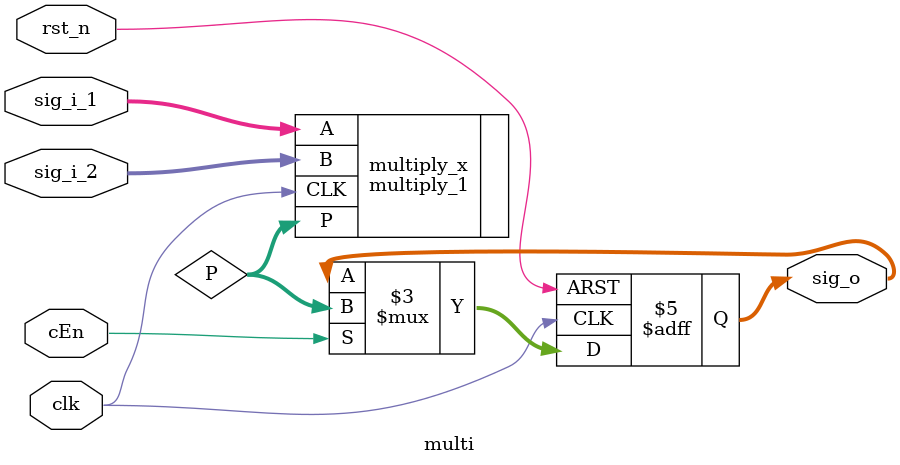
<source format=v>
`timescale 1ns / 1ps


module multi(
    input clk,
    input rst_n,
    input cEn,
    input [15:0] sig_i_1,
    input [15:0] sig_i_2, 
    output reg [31:0] sig_o
    );
    wire [31:0]P;
    
    always@(posedge clk or negedge rst_n)begin
     if(!rst_n)begin
         sig_o <= 0;
     end
        else begin
            if(cEn)
             sig_o <= P;
      end
    end

  multiply_1 multiply_x(
  .CLK(clk),
  .A(sig_i_1),
  .B(sig_i_2),
  .P(P)
  );  
    
    
endmodule

</source>
